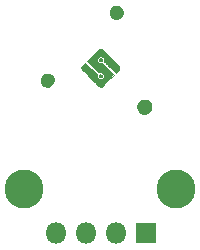
<source format=gbs>
%TF.GenerationSoftware,KiCad,Pcbnew,4.0.7*%
%TF.CreationDate,2018-07-15T20:08:15+02:00*%
%TF.ProjectId,RGBModule,5247424D6F64756C652E6B696361645F,rev?*%
%TF.FileFunction,Soldermask,Bot*%
%FSLAX46Y46*%
G04 Gerber Fmt 4.6, Leading zero omitted, Abs format (unit mm)*
G04 Created by KiCad (PCBNEW 4.0.7) date 07/15/18 20:08:15*
%MOMM*%
%LPD*%
G01*
G04 APERTURE LIST*
%ADD10C,0.100000*%
%ADD11C,0.010000*%
%ADD12R,1.800000X1.800000*%
%ADD13O,1.800000X1.800000*%
%ADD14C,3.300000*%
G04 APERTURE END LIST*
D10*
D11*
G36*
X12572093Y-10473500D02*
X12566654Y-10474778D01*
X12458833Y-10512302D01*
X12360572Y-10569263D01*
X12274419Y-10643100D01*
X12202920Y-10731250D01*
X12148624Y-10831150D01*
X12117019Y-10927077D01*
X12100472Y-11044070D01*
X12106547Y-11157224D01*
X12134948Y-11265522D01*
X12185378Y-11367944D01*
X12257542Y-11463473D01*
X12279915Y-11487144D01*
X12360094Y-11557704D01*
X12444297Y-11608985D01*
X12539216Y-11644646D01*
X12591329Y-11657456D01*
X12665249Y-11669942D01*
X12729561Y-11672462D01*
X12795485Y-11665019D01*
X12832772Y-11657514D01*
X12946861Y-11620852D01*
X13048956Y-11565087D01*
X13137424Y-11491751D01*
X13210631Y-11402378D01*
X13266946Y-11298500D01*
X13293317Y-11225282D01*
X13309957Y-11135526D01*
X13311391Y-11036547D01*
X13298419Y-10935765D01*
X13271843Y-10840598D01*
X13245340Y-10780856D01*
X13214946Y-10734457D01*
X13171628Y-10681997D01*
X13120915Y-10629029D01*
X13068335Y-10581103D01*
X13019419Y-10543770D01*
X12994409Y-10528907D01*
X12893502Y-10488995D01*
X12785098Y-10465902D01*
X12675772Y-10460459D01*
X12572093Y-10473500D01*
X12572093Y-10473500D01*
G37*
X12572093Y-10473500D02*
X12566654Y-10474778D01*
X12458833Y-10512302D01*
X12360572Y-10569263D01*
X12274419Y-10643100D01*
X12202920Y-10731250D01*
X12148624Y-10831150D01*
X12117019Y-10927077D01*
X12100472Y-11044070D01*
X12106547Y-11157224D01*
X12134948Y-11265522D01*
X12185378Y-11367944D01*
X12257542Y-11463473D01*
X12279915Y-11487144D01*
X12360094Y-11557704D01*
X12444297Y-11608985D01*
X12539216Y-11644646D01*
X12591329Y-11657456D01*
X12665249Y-11669942D01*
X12729561Y-11672462D01*
X12795485Y-11665019D01*
X12832772Y-11657514D01*
X12946861Y-11620852D01*
X13048956Y-11565087D01*
X13137424Y-11491751D01*
X13210631Y-11402378D01*
X13266946Y-11298500D01*
X13293317Y-11225282D01*
X13309957Y-11135526D01*
X13311391Y-11036547D01*
X13298419Y-10935765D01*
X13271843Y-10840598D01*
X13245340Y-10780856D01*
X13214946Y-10734457D01*
X13171628Y-10681997D01*
X13120915Y-10629029D01*
X13068335Y-10581103D01*
X13019419Y-10543770D01*
X12994409Y-10528907D01*
X12893502Y-10488995D01*
X12785098Y-10465902D01*
X12675772Y-10460459D01*
X12572093Y-10473500D01*
G36*
X8985460Y-6164751D02*
X8943080Y-6170666D01*
X8898234Y-6184477D01*
X8887142Y-6189382D01*
X8866892Y-6203373D01*
X8832189Y-6232740D01*
X8782814Y-6277691D01*
X8718548Y-6338434D01*
X8639175Y-6415177D01*
X8544477Y-6508127D01*
X8434235Y-6617491D01*
X8358960Y-6692654D01*
X7879874Y-7172039D01*
X8381608Y-7673872D01*
X8485142Y-7777348D01*
X8573670Y-7865601D01*
X8648451Y-7939800D01*
X8710741Y-8001113D01*
X8761799Y-8050709D01*
X8802882Y-8089757D01*
X8835246Y-8119426D01*
X8860151Y-8140885D01*
X8878853Y-8155304D01*
X8892610Y-8163850D01*
X8902679Y-8167693D01*
X8910318Y-8168001D01*
X8912648Y-8167491D01*
X8975153Y-8159285D01*
X9044526Y-8165008D01*
X9110183Y-8183470D01*
X9128400Y-8191732D01*
X9193902Y-8236934D01*
X9243769Y-8295960D01*
X9276674Y-8364813D01*
X9291291Y-8439496D01*
X9286293Y-8516013D01*
X9260574Y-8589932D01*
X9227016Y-8638582D01*
X9180186Y-8684605D01*
X9127654Y-8721594D01*
X9080811Y-8742131D01*
X8999804Y-8754177D01*
X8922788Y-8745809D01*
X8852697Y-8719163D01*
X8792470Y-8676379D01*
X8745042Y-8619592D01*
X8713351Y-8550940D01*
X8700333Y-8472560D01*
X8700178Y-8465128D01*
X8701108Y-8422214D01*
X8704207Y-8385961D01*
X8708066Y-8366849D01*
X8707783Y-8359910D01*
X8702337Y-8348777D01*
X8690625Y-8332274D01*
X8671542Y-8309226D01*
X8643983Y-8278456D01*
X8606843Y-8238789D01*
X8559018Y-8189050D01*
X8499403Y-8128063D01*
X8426894Y-8054652D01*
X8340386Y-7967642D01*
X8238774Y-7865858D01*
X8214567Y-7841650D01*
X7712502Y-7339684D01*
X7578863Y-7472338D01*
X7514718Y-7537313D01*
X7466057Y-7590256D01*
X7430893Y-7634232D01*
X7407237Y-7672306D01*
X7393103Y-7707545D01*
X7386504Y-7743014D01*
X7385302Y-7770925D01*
X7390005Y-7824040D01*
X7402442Y-7869277D01*
X7405653Y-7876309D01*
X7417158Y-7891172D01*
X7443662Y-7920767D01*
X7483705Y-7963629D01*
X7535827Y-8018295D01*
X7598568Y-8083300D01*
X7670468Y-8157180D01*
X7750067Y-8238470D01*
X7835906Y-8325707D01*
X7926524Y-8417427D01*
X8020463Y-8512164D01*
X8116261Y-8608456D01*
X8212460Y-8704837D01*
X8307599Y-8799843D01*
X8400219Y-8892011D01*
X8488859Y-8979876D01*
X8572060Y-9061974D01*
X8648362Y-9136841D01*
X8716305Y-9203012D01*
X8774429Y-9259023D01*
X8821275Y-9303410D01*
X8855383Y-9334709D01*
X8875292Y-9351456D01*
X8878454Y-9353517D01*
X8936249Y-9374579D01*
X8998161Y-9382770D01*
X9047501Y-9377999D01*
X9082442Y-9365486D01*
X9119212Y-9346856D01*
X9122546Y-9344815D01*
X9137695Y-9332314D01*
X9167519Y-9304962D01*
X9210430Y-9264304D01*
X9264843Y-9211882D01*
X9329171Y-9149240D01*
X9401826Y-9077922D01*
X9481223Y-8999472D01*
X9565775Y-8915432D01*
X9634647Y-8846629D01*
X10107976Y-8372728D01*
X9605783Y-7871141D01*
X9103591Y-7369554D01*
X9048988Y-7382368D01*
X8975086Y-7388351D01*
X8901859Y-7373250D01*
X8833152Y-7338854D01*
X8772811Y-7286952D01*
X8734383Y-7236043D01*
X8715858Y-7203262D01*
X8705350Y-7174167D01*
X8700705Y-7139806D01*
X8699767Y-7092124D01*
X8705621Y-7018368D01*
X8724519Y-6958494D01*
X8759226Y-6905706D01*
X8787965Y-6875394D01*
X8852921Y-6827792D01*
X8924423Y-6800288D01*
X8998850Y-6792251D01*
X9072584Y-6803046D01*
X9142003Y-6832041D01*
X9203488Y-6878601D01*
X9253419Y-6942093D01*
X9262585Y-6958446D01*
X9278174Y-7003703D01*
X9286864Y-7061105D01*
X9287829Y-7120515D01*
X9280242Y-7171799D01*
X9280052Y-7172480D01*
X9279383Y-7179559D01*
X9281827Y-7188614D01*
X9288554Y-7200904D01*
X9300732Y-7217686D01*
X9319530Y-7240218D01*
X9346119Y-7269758D01*
X9381666Y-7307563D01*
X9427342Y-7354893D01*
X9484314Y-7413004D01*
X9553753Y-7483154D01*
X9636827Y-7566602D01*
X9734705Y-7664605D01*
X9773555Y-7703455D01*
X10275323Y-8205124D01*
X10414231Y-8066694D01*
X10466127Y-8013393D01*
X10511725Y-7963526D01*
X10547929Y-7920666D01*
X10571642Y-7888385D01*
X10577265Y-7878571D01*
X10597951Y-7810863D01*
X10598678Y-7739098D01*
X10579444Y-7670831D01*
X10577278Y-7666229D01*
X10566212Y-7650142D01*
X10542771Y-7622303D01*
X10506494Y-7582236D01*
X10456920Y-7529465D01*
X10393588Y-7463514D01*
X10316037Y-7383908D01*
X10223806Y-7290169D01*
X10116434Y-7181823D01*
X9993459Y-7058393D01*
X9854421Y-6919403D01*
X9839923Y-6904936D01*
X9712975Y-6778274D01*
X9601271Y-6666910D01*
X9503679Y-6569862D01*
X9419064Y-6486147D01*
X9346295Y-6414786D01*
X9284238Y-6354797D01*
X9231761Y-6305197D01*
X9187730Y-6265007D01*
X9151013Y-6233244D01*
X9120477Y-6208927D01*
X9094989Y-6191074D01*
X9073416Y-6178705D01*
X9054625Y-6170838D01*
X9037484Y-6166492D01*
X9020858Y-6164685D01*
X9003617Y-6164436D01*
X8985460Y-6164751D01*
X8985460Y-6164751D01*
G37*
X8985460Y-6164751D02*
X8943080Y-6170666D01*
X8898234Y-6184477D01*
X8887142Y-6189382D01*
X8866892Y-6203373D01*
X8832189Y-6232740D01*
X8782814Y-6277691D01*
X8718548Y-6338434D01*
X8639175Y-6415177D01*
X8544477Y-6508127D01*
X8434235Y-6617491D01*
X8358960Y-6692654D01*
X7879874Y-7172039D01*
X8381608Y-7673872D01*
X8485142Y-7777348D01*
X8573670Y-7865601D01*
X8648451Y-7939800D01*
X8710741Y-8001113D01*
X8761799Y-8050709D01*
X8802882Y-8089757D01*
X8835246Y-8119426D01*
X8860151Y-8140885D01*
X8878853Y-8155304D01*
X8892610Y-8163850D01*
X8902679Y-8167693D01*
X8910318Y-8168001D01*
X8912648Y-8167491D01*
X8975153Y-8159285D01*
X9044526Y-8165008D01*
X9110183Y-8183470D01*
X9128400Y-8191732D01*
X9193902Y-8236934D01*
X9243769Y-8295960D01*
X9276674Y-8364813D01*
X9291291Y-8439496D01*
X9286293Y-8516013D01*
X9260574Y-8589932D01*
X9227016Y-8638582D01*
X9180186Y-8684605D01*
X9127654Y-8721594D01*
X9080811Y-8742131D01*
X8999804Y-8754177D01*
X8922788Y-8745809D01*
X8852697Y-8719163D01*
X8792470Y-8676379D01*
X8745042Y-8619592D01*
X8713351Y-8550940D01*
X8700333Y-8472560D01*
X8700178Y-8465128D01*
X8701108Y-8422214D01*
X8704207Y-8385961D01*
X8708066Y-8366849D01*
X8707783Y-8359910D01*
X8702337Y-8348777D01*
X8690625Y-8332274D01*
X8671542Y-8309226D01*
X8643983Y-8278456D01*
X8606843Y-8238789D01*
X8559018Y-8189050D01*
X8499403Y-8128063D01*
X8426894Y-8054652D01*
X8340386Y-7967642D01*
X8238774Y-7865858D01*
X8214567Y-7841650D01*
X7712502Y-7339684D01*
X7578863Y-7472338D01*
X7514718Y-7537313D01*
X7466057Y-7590256D01*
X7430893Y-7634232D01*
X7407237Y-7672306D01*
X7393103Y-7707545D01*
X7386504Y-7743014D01*
X7385302Y-7770925D01*
X7390005Y-7824040D01*
X7402442Y-7869277D01*
X7405653Y-7876309D01*
X7417158Y-7891172D01*
X7443662Y-7920767D01*
X7483705Y-7963629D01*
X7535827Y-8018295D01*
X7598568Y-8083300D01*
X7670468Y-8157180D01*
X7750067Y-8238470D01*
X7835906Y-8325707D01*
X7926524Y-8417427D01*
X8020463Y-8512164D01*
X8116261Y-8608456D01*
X8212460Y-8704837D01*
X8307599Y-8799843D01*
X8400219Y-8892011D01*
X8488859Y-8979876D01*
X8572060Y-9061974D01*
X8648362Y-9136841D01*
X8716305Y-9203012D01*
X8774429Y-9259023D01*
X8821275Y-9303410D01*
X8855383Y-9334709D01*
X8875292Y-9351456D01*
X8878454Y-9353517D01*
X8936249Y-9374579D01*
X8998161Y-9382770D01*
X9047501Y-9377999D01*
X9082442Y-9365486D01*
X9119212Y-9346856D01*
X9122546Y-9344815D01*
X9137695Y-9332314D01*
X9167519Y-9304962D01*
X9210430Y-9264304D01*
X9264843Y-9211882D01*
X9329171Y-9149240D01*
X9401826Y-9077922D01*
X9481223Y-8999472D01*
X9565775Y-8915432D01*
X9634647Y-8846629D01*
X10107976Y-8372728D01*
X9605783Y-7871141D01*
X9103591Y-7369554D01*
X9048988Y-7382368D01*
X8975086Y-7388351D01*
X8901859Y-7373250D01*
X8833152Y-7338854D01*
X8772811Y-7286952D01*
X8734383Y-7236043D01*
X8715858Y-7203262D01*
X8705350Y-7174167D01*
X8700705Y-7139806D01*
X8699767Y-7092124D01*
X8705621Y-7018368D01*
X8724519Y-6958494D01*
X8759226Y-6905706D01*
X8787965Y-6875394D01*
X8852921Y-6827792D01*
X8924423Y-6800288D01*
X8998850Y-6792251D01*
X9072584Y-6803046D01*
X9142003Y-6832041D01*
X9203488Y-6878601D01*
X9253419Y-6942093D01*
X9262585Y-6958446D01*
X9278174Y-7003703D01*
X9286864Y-7061105D01*
X9287829Y-7120515D01*
X9280242Y-7171799D01*
X9280052Y-7172480D01*
X9279383Y-7179559D01*
X9281827Y-7188614D01*
X9288554Y-7200904D01*
X9300732Y-7217686D01*
X9319530Y-7240218D01*
X9346119Y-7269758D01*
X9381666Y-7307563D01*
X9427342Y-7354893D01*
X9484314Y-7413004D01*
X9553753Y-7483154D01*
X9636827Y-7566602D01*
X9734705Y-7664605D01*
X9773555Y-7703455D01*
X10275323Y-8205124D01*
X10414231Y-8066694D01*
X10466127Y-8013393D01*
X10511725Y-7963526D01*
X10547929Y-7920666D01*
X10571642Y-7888385D01*
X10577265Y-7878571D01*
X10597951Y-7810863D01*
X10598678Y-7739098D01*
X10579444Y-7670831D01*
X10577278Y-7666229D01*
X10566212Y-7650142D01*
X10542771Y-7622303D01*
X10506494Y-7582236D01*
X10456920Y-7529465D01*
X10393588Y-7463514D01*
X10316037Y-7383908D01*
X10223806Y-7290169D01*
X10116434Y-7181823D01*
X9993459Y-7058393D01*
X9854421Y-6919403D01*
X9839923Y-6904936D01*
X9712975Y-6778274D01*
X9601271Y-6666910D01*
X9503679Y-6569862D01*
X9419064Y-6486147D01*
X9346295Y-6414786D01*
X9284238Y-6354797D01*
X9231761Y-6305197D01*
X9187730Y-6265007D01*
X9151013Y-6233244D01*
X9120477Y-6208927D01*
X9094989Y-6191074D01*
X9073416Y-6178705D01*
X9054625Y-6170838D01*
X9037484Y-6166492D01*
X9020858Y-6164685D01*
X9003617Y-6164436D01*
X8985460Y-6164751D01*
G36*
X4406705Y-8264682D02*
X4302243Y-8289266D01*
X4203560Y-8334736D01*
X4113161Y-8400657D01*
X4079179Y-8433386D01*
X4008355Y-8520451D01*
X3959344Y-8612556D01*
X3930962Y-8712643D01*
X3922029Y-8823650D01*
X3922031Y-8824139D01*
X3933579Y-8931057D01*
X3965884Y-9033479D01*
X4016744Y-9128210D01*
X4083957Y-9212056D01*
X4165321Y-9281821D01*
X4258632Y-9334311D01*
X4279620Y-9342870D01*
X4343886Y-9360470D01*
X4420929Y-9371063D01*
X4501770Y-9374217D01*
X4577424Y-9369499D01*
X4628519Y-9359670D01*
X4733726Y-9318543D01*
X4827168Y-9258361D01*
X4906832Y-9180998D01*
X4970707Y-9088330D01*
X5008706Y-9005465D01*
X5035570Y-8901136D01*
X5040909Y-8795623D01*
X5025919Y-8691860D01*
X4991796Y-8592781D01*
X4939735Y-8501322D01*
X4870931Y-8420418D01*
X4786580Y-8353003D01*
X4729699Y-8320592D01*
X4622939Y-8279910D01*
X4514439Y-8261419D01*
X4406705Y-8264682D01*
X4406705Y-8264682D01*
G37*
X4406705Y-8264682D02*
X4302243Y-8289266D01*
X4203560Y-8334736D01*
X4113161Y-8400657D01*
X4079179Y-8433386D01*
X4008355Y-8520451D01*
X3959344Y-8612556D01*
X3930962Y-8712643D01*
X3922029Y-8823650D01*
X3922031Y-8824139D01*
X3933579Y-8931057D01*
X3965884Y-9033479D01*
X4016744Y-9128210D01*
X4083957Y-9212056D01*
X4165321Y-9281821D01*
X4258632Y-9334311D01*
X4279620Y-9342870D01*
X4343886Y-9360470D01*
X4420929Y-9371063D01*
X4501770Y-9374217D01*
X4577424Y-9369499D01*
X4628519Y-9359670D01*
X4733726Y-9318543D01*
X4827168Y-9258361D01*
X4906832Y-9180998D01*
X4970707Y-9088330D01*
X5008706Y-9005465D01*
X5035570Y-8901136D01*
X5040909Y-8795623D01*
X5025919Y-8691860D01*
X4991796Y-8592781D01*
X4939735Y-8501322D01*
X4870931Y-8420418D01*
X4786580Y-8353003D01*
X4729699Y-8320592D01*
X4622939Y-8279910D01*
X4514439Y-8261419D01*
X4406705Y-8264682D01*
G36*
X8947754Y-8347924D02*
X8907291Y-8373797D01*
X8879502Y-8410467D01*
X8872876Y-8429607D01*
X8873562Y-8474006D01*
X8890915Y-8518334D01*
X8920633Y-8553341D01*
X8934699Y-8562497D01*
X8982421Y-8578741D01*
X9026883Y-8573959D01*
X9058787Y-8558535D01*
X9094527Y-8525531D01*
X9112296Y-8484909D01*
X9113533Y-8441557D01*
X9099676Y-8400365D01*
X9072165Y-8366222D01*
X9032439Y-8344016D01*
X8993909Y-8338128D01*
X8947754Y-8347924D01*
X8947754Y-8347924D01*
G37*
X8947754Y-8347924D02*
X8907291Y-8373797D01*
X8879502Y-8410467D01*
X8872876Y-8429607D01*
X8873562Y-8474006D01*
X8890915Y-8518334D01*
X8920633Y-8553341D01*
X8934699Y-8562497D01*
X8982421Y-8578741D01*
X9026883Y-8573959D01*
X9058787Y-8558535D01*
X9094527Y-8525531D01*
X9112296Y-8484909D01*
X9113533Y-8441557D01*
X9099676Y-8400365D01*
X9072165Y-8366222D01*
X9032439Y-8344016D01*
X8993909Y-8338128D01*
X8947754Y-8347924D01*
G36*
X8965489Y-6969636D02*
X8940916Y-6979707D01*
X8903892Y-7008579D01*
X8879049Y-7050006D01*
X8870495Y-7095918D01*
X8872588Y-7113883D01*
X8892712Y-7155961D01*
X8928819Y-7188807D01*
X8974367Y-7208273D01*
X9022814Y-7210207D01*
X9024068Y-7209984D01*
X9047509Y-7198977D01*
X9075112Y-7177311D01*
X9081533Y-7170958D01*
X9108614Y-7128287D01*
X9115769Y-7082123D01*
X9104431Y-7037748D01*
X9076033Y-7000446D01*
X9032006Y-6975497D01*
X9028191Y-6974294D01*
X8993258Y-6966537D01*
X8965489Y-6969636D01*
X8965489Y-6969636D01*
G37*
X8965489Y-6969636D02*
X8940916Y-6979707D01*
X8903892Y-7008579D01*
X8879049Y-7050006D01*
X8870495Y-7095918D01*
X8872588Y-7113883D01*
X8892712Y-7155961D01*
X8928819Y-7188807D01*
X8974367Y-7208273D01*
X9022814Y-7210207D01*
X9024068Y-7209984D01*
X9047509Y-7198977D01*
X9075112Y-7177311D01*
X9081533Y-7170958D01*
X9108614Y-7128287D01*
X9115769Y-7082123D01*
X9104431Y-7037748D01*
X9076033Y-7000446D01*
X9032006Y-6975497D01*
X9028191Y-6974294D01*
X8993258Y-6966537D01*
X8965489Y-6969636D01*
G36*
X10276273Y-2521919D02*
X10173178Y-2541969D01*
X10076295Y-2580512D01*
X9988220Y-2636034D01*
X9911549Y-2707020D01*
X9848878Y-2791955D01*
X9802804Y-2889325D01*
X9783566Y-2955928D01*
X9770585Y-3064319D01*
X9778771Y-3171075D01*
X9806557Y-3273344D01*
X9852380Y-3368277D01*
X9914675Y-3453022D01*
X9991876Y-3524730D01*
X10082419Y-3580550D01*
X10139482Y-3604195D01*
X10216800Y-3623714D01*
X10302809Y-3633536D01*
X10387909Y-3633137D01*
X10462502Y-3621990D01*
X10462806Y-3621913D01*
X10555898Y-3589880D01*
X10638837Y-3542242D01*
X10717571Y-3475500D01*
X10725866Y-3467211D01*
X10794319Y-3387374D01*
X10842500Y-3305211D01*
X10872358Y-3215927D01*
X10885839Y-3114724D01*
X10887081Y-3070150D01*
X10878407Y-2965688D01*
X10850775Y-2870624D01*
X10802809Y-2781603D01*
X10733456Y-2695615D01*
X10658262Y-2626966D01*
X10577255Y-2576956D01*
X10490715Y-2543356D01*
X10382984Y-2521876D01*
X10276273Y-2521919D01*
X10276273Y-2521919D01*
G37*
X10276273Y-2521919D02*
X10173178Y-2541969D01*
X10076295Y-2580512D01*
X9988220Y-2636034D01*
X9911549Y-2707020D01*
X9848878Y-2791955D01*
X9802804Y-2889325D01*
X9783566Y-2955928D01*
X9770585Y-3064319D01*
X9778771Y-3171075D01*
X9806557Y-3273344D01*
X9852380Y-3368277D01*
X9914675Y-3453022D01*
X9991876Y-3524730D01*
X10082419Y-3580550D01*
X10139482Y-3604195D01*
X10216800Y-3623714D01*
X10302809Y-3633536D01*
X10387909Y-3633137D01*
X10462502Y-3621990D01*
X10462806Y-3621913D01*
X10555898Y-3589880D01*
X10638837Y-3542242D01*
X10717571Y-3475500D01*
X10725866Y-3467211D01*
X10794319Y-3387374D01*
X10842500Y-3305211D01*
X10872358Y-3215927D01*
X10885839Y-3114724D01*
X10887081Y-3070150D01*
X10878407Y-2965688D01*
X10850775Y-2870624D01*
X10802809Y-2781603D01*
X10733456Y-2695615D01*
X10658262Y-2626966D01*
X10577255Y-2576956D01*
X10490715Y-2543356D01*
X10382984Y-2521876D01*
X10276273Y-2521919D01*
D12*
X12827000Y-21793200D03*
D13*
X10287000Y-21793200D03*
X7747000Y-21793200D03*
X5207000Y-21793200D03*
D14*
X15367000Y-18034000D03*
X2540000Y-18034000D03*
M02*

</source>
